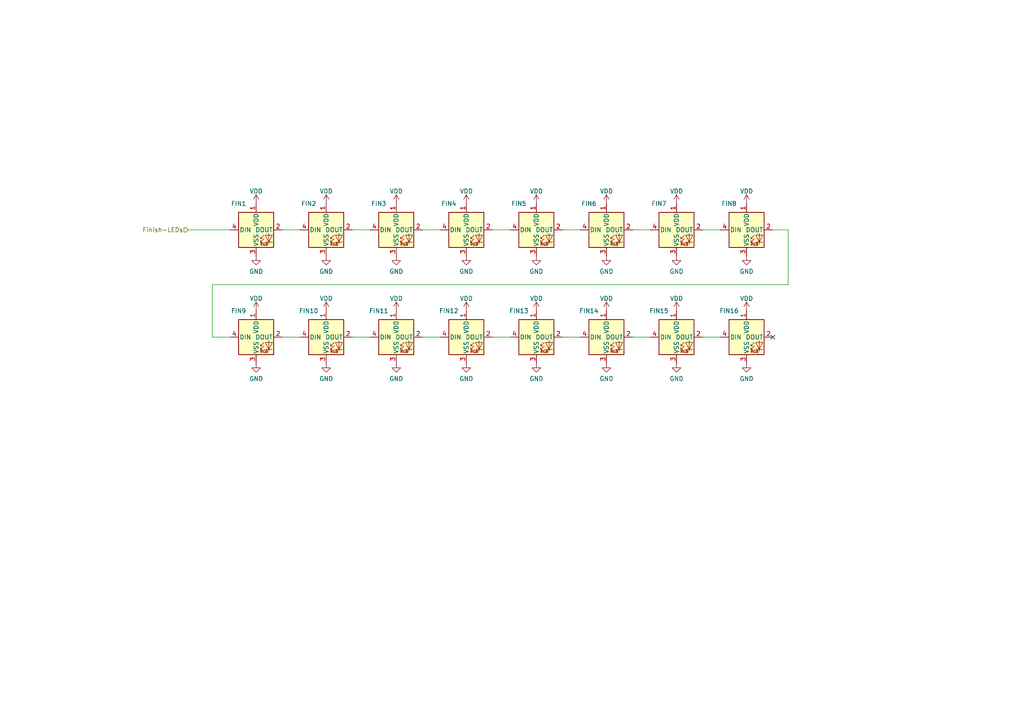
<source format=kicad_sch>
(kicad_sch (version 20211123) (generator eeschema)
  (paper "A4")
  (lib_symbols
    (symbol "LED:WS2812B" (pin_names (offset 0.254))
      (property "Reference" "D" (at 5.08 5.715 0))
      (property "Value" "WS2812B" (at 1.27 -5.715 0))
      (symbol "WS2812B_0_0"
        (text "RGB" (at 2.286 -4.191 0) (effects (font (size 0.762 0.762))))
      )
      (symbol "WS2812B_0_1"
        (polyline (pts (xy 1.27 -3.556) (xy 1.778 -3.556)))
        (polyline (pts (xy 1.27 -2.54) (xy 1.778 -2.54)))
        (polyline (pts (xy 4.699 -3.556) (xy 2.667 -3.556)))
        (polyline (pts (xy 2.286 -2.54) (xy 1.27 -3.556) (xy 1.27 -3.048)))
        (polyline (pts (xy 2.286 -1.524) (xy 1.27 -2.54) (xy 1.27 -2.032)))
        (polyline (pts (xy 3.683 -1.016) (xy 3.683 -3.556) (xy 3.683 -4.064)))
        (polyline (pts (xy 4.699 -1.524) (xy 2.667 -1.524) (xy 3.683 -3.556) (xy 4.699 -1.524)))
        (rectangle (start 5.08 5.08) (end -5.08 -5.08) (stroke (width 0.254)) (fill (type background)))
      )
      (symbol "WS2812B_1_1"
        (pin power_in line (at 0 7.62 270) (length 2.54) (name "VDD") (number "1"))
        (pin output line (at 7.62 0 180) (length 2.54) (name "DOUT") (number "2"))
        (pin power_in line (at 0 -7.62 90) (length 2.54) (name "VSS") (number "3"))
        (pin input line (at -7.62 0 0) (length 2.54) (name "DIN") (number "4"))
      )
    )
    (symbol "power:GND" (power) (pin_names (offset 0))
      (property "Value" "GND" (at 0 -3.81 0))
      (symbol "GND_0_1"
        (polyline (pts (xy 0 0) (xy 0 -1.27) (xy 1.27 -1.27) (xy 0 -2.54) (xy -1.27 -1.27) (xy 0 -1.27)))
      )
      (symbol "GND_1_1"
        (pin power_in line (at 0 0 270) (length 0) hide (name "GND") (number "1"))
      )
    )
    (symbol "power:VDD" (power) (pin_names (offset 0))
      (property "Value" "VDD" (at 0 3.81 0))
      (symbol "VDD_0_1"
        (polyline (pts (xy -0.762 1.27) (xy 0 2.54)))
        (polyline (pts (xy 0 0) (xy 0 2.54)))
        (polyline (pts (xy 0 2.54) (xy 0.762 1.27)))
      )
      (symbol "VDD_1_1"
        (pin power_in line (at 0 0 90) (length 0) hide (name "VDD") (number "1"))
      )
    )
  )
  (no_connect (at 224.155 97.79))
  (wire (pts (xy 122.555 66.675) (xy 127.635 66.675)))
  (wire (pts (xy 163.195 97.79) (xy 168.275 97.79)))
  (wire (pts (xy 224.155 66.675) (xy 228.6 66.675)))
  (wire (pts (xy 228.6 82.55) (xy 61.595 82.55)))
  (wire (pts (xy 203.835 66.675) (xy 208.915 66.675)))
  (wire (pts (xy 81.915 66.675) (xy 86.995 66.675)))
  (wire (pts (xy 102.235 66.675) (xy 107.315 66.675)))
  (wire (pts (xy 54.61 66.675) (xy 66.675 66.675)))
  (wire (pts (xy 228.6 66.675) (xy 228.6 82.55)))
  (wire (pts (xy 142.875 97.79) (xy 147.955 97.79)))
  (wire (pts (xy 142.875 66.675) (xy 147.955 66.675)))
  (wire (pts (xy 122.555 97.79) (xy 127.635 97.79)))
  (wire (pts (xy 61.595 97.79) (xy 66.675 97.79)))
  (wire (pts (xy 61.595 82.55) (xy 61.595 97.79)))
  (wire (pts (xy 183.515 97.79) (xy 188.595 97.79)))
  (wire (pts (xy 183.515 66.675) (xy 188.595 66.675)))
  (wire (pts (xy 102.235 97.79) (xy 107.315 97.79)))
  (wire (pts (xy 163.195 66.675) (xy 168.275 66.675)))
  (wire (pts (xy 203.835 97.79) (xy 208.915 97.79)))
  (wire (pts (xy 81.915 97.79) (xy 86.995 97.79)))
  (hierarchical_label "Finish-LEDs" (shape input) (at 54.61 66.675 180))
  (symbol (lib_id "power:VDD") (at 74.295 59.055 0) (unit 1)
    (property "Reference" "#PWR05" (effects hide))
    (property "Value" "VDD" (at 74.295 55.4792 0))
  )
  (symbol (lib_id "power:VDD") (at 94.615 59.055 0) (unit 1)
    (property "Reference" "#PWR06" (effects hide))
    (property "Value" "VDD" (at 94.615 55.4792 0))
  )
  (symbol (lib_id "power:VDD") (at 175.895 59.055 0) (unit 1)
    (property "Reference" "#PWR010" (effects hide))
    (property "Value" "VDD" (at 175.895 55.4792 0))
  )
  (symbol (lib_id "power:GND") (at 216.535 74.295 0) (unit 1)
    (property "Reference" "#PWR020" (effects hide))
    (property "Value" "GND" (at 216.535 78.7384 0))
  )
  (symbol (lib_id "power:VDD") (at 135.255 59.055 0) (unit 1)
    (property "Reference" "#PWR08" (effects hide))
    (property "Value" "VDD" (at 135.255 55.4792 0))
  )
  (symbol (lib_id "power:GND") (at 114.935 74.295 0) (unit 1)
    (property "Reference" "#PWR015" (effects hide))
    (property "Value" "GND" (at 114.935 78.7384 0))
  )
  (symbol (lib_id "power:VDD") (at 155.575 90.17 0) (unit 1)
    (property "Reference" "#PWR025" (effects hide))
    (property "Value" "VDD" (at 155.575 86.5942 0))
  )
  (symbol (lib_id "power:GND") (at 74.295 105.41 0) (unit 1)
    (property "Reference" "#PWR029" (effects hide))
    (property "Value" "GND" (at 74.295 109.8534 0))
  )
  (symbol (lib_id "power:VDD") (at 216.535 90.17 0) (unit 1)
    (property "Reference" "#PWR028" (effects hide))
    (property "Value" "VDD" (at 216.535 86.5942 0))
  )
  (symbol (lib_id "power:GND") (at 114.935 105.41 0) (unit 1)
    (property "Reference" "#PWR031" (effects hide))
    (property "Value" "GND" (at 114.935 109.8534 0))
  )
  (symbol (lib_id "LED:WS2812B") (at 155.575 97.79 0) (unit 1)
    (property "Reference" "FIN13" (at 150.495 90.17 0))
    (property "Value" "WS2812-4020_dual" (effects hide))
    (property "Footprint" "LED_SMD:LED_WS2812B_PLCC4_5.0x5.0mm_P3.2mm" (effects hide))
    (property "Datasheet" "https://cdn-shop.adafruit.com/datasheets/WS2812B.pdf" (effects hide))
  )
  (symbol (lib_id "power:GND") (at 196.215 74.295 0) (unit 1)
    (property "Reference" "#PWR019" (effects hide))
    (property "Value" "GND" (at 196.215 78.7384 0))
  )
  (symbol (lib_id "power:GND") (at 94.615 74.295 0) (unit 1)
    (property "Reference" "#PWR014" (effects hide))
    (property "Value" "GND" (at 94.615 78.7384 0))
  )
  (symbol (lib_id "LED:WS2812B") (at 196.215 66.675 0) (unit 1)
    (property "Reference" "FIN7" (at 191.135 59.055 0))
    (property "Value" "WS2812-4020_dual" (effects hide))
    (property "Footprint" "LED_SMD:LED_WS2812B_PLCC4_5.0x5.0mm_P3.2mm" (effects hide))
    (property "Datasheet" "https://cdn-shop.adafruit.com/datasheets/WS2812B.pdf" (effects hide))
  )
  (symbol (lib_id "power:VDD") (at 135.255 90.17 0) (unit 1)
    (property "Reference" "#PWR024" (effects hide))
    (property "Value" "VDD" (at 135.255 86.5942 0))
  )
  (symbol (lib_id "power:GND") (at 74.295 74.295 0) (unit 1)
    (property "Reference" "#PWR013" (effects hide))
    (property "Value" "GND" (at 74.295 78.7384 0))
  )
  (symbol (lib_id "power:GND") (at 216.535 105.41 0) (unit 1)
    (property "Reference" "#PWR036" (effects hide))
    (property "Value" "GND" (at 216.535 109.8534 0))
  )
  (symbol (lib_id "power:VDD") (at 74.295 90.17 0) (unit 1)
    (property "Reference" "#PWR021" (effects hide))
    (property "Value" "VDD" (at 74.295 86.5942 0))
  )
  (symbol (lib_id "power:VDD") (at 196.215 59.055 0) (unit 1)
    (property "Reference" "#PWR011" (effects hide))
    (property "Value" "VDD" (at 196.215 55.4792 0))
  )
  (symbol (lib_id "power:GND") (at 135.255 105.41 0) (unit 1)
    (property "Reference" "#PWR032" (effects hide))
    (property "Value" "GND" (at 135.255 109.8534 0))
  )
  (symbol (lib_id "power:VDD") (at 155.575 59.055 0) (unit 1)
    (property "Reference" "#PWR09" (effects hide))
    (property "Value" "VDD" (at 155.575 55.4792 0))
  )
  (symbol (lib_id "LED:WS2812B") (at 94.615 66.675 0) (unit 1)
    (property "Reference" "FIN2" (at 89.535 59.055 0))
    (property "Value" "WS2812-4020_dual" (effects hide))
    (property "Footprint" "LED_SMD:LED_WS2812B_PLCC4_5.0x5.0mm_P3.2mm" (effects hide))
    (property "Datasheet" "https://cdn-shop.adafruit.com/datasheets/WS2812B.pdf" (effects hide))
  )
  (symbol (lib_id "power:VDD") (at 216.535 59.055 0) (unit 1)
    (property "Reference" "#PWR012" (effects hide))
    (property "Value" "VDD" (at 216.535 55.4792 0))
  )
  (symbol (lib_id "LED:WS2812B") (at 216.535 66.675 0) (unit 1)
    (property "Reference" "FIN8" (at 211.455 59.055 0))
    (property "Value" "WS2812-4020_dual" (effects hide))
    (property "Footprint" "LED_SMD:LED_WS2812B_PLCC4_5.0x5.0mm_P3.2mm" (effects hide))
    (property "Datasheet" "https://cdn-shop.adafruit.com/datasheets/WS2812B.pdf" (effects hide))
  )
  (symbol (lib_id "power:VDD") (at 175.895 90.17 0) (unit 1)
    (property "Reference" "#PWR026" (effects hide))
    (property "Value" "VDD" (at 175.895 86.5942 0))
  )
  (symbol (lib_id "power:GND") (at 175.895 74.295 0) (unit 1)
    (property "Reference" "#PWR018" (effects hide))
    (property "Value" "GND" (at 175.895 78.7384 0))
  )
  (symbol (lib_id "LED:WS2812B") (at 94.615 97.79 0) (unit 1)
    (property "Reference" "FIN10" (at 89.535 90.17 0))
    (property "Value" "WS2812-4020_dual" (effects hide))
    (property "Footprint" "LED_SMD:LED_WS2812B_PLCC4_5.0x5.0mm_P3.2mm" (effects hide))
    (property "Datasheet" "https://cdn-shop.adafruit.com/datasheets/WS2812B.pdf" (effects hide))
  )
  (symbol (lib_id "LED:WS2812B") (at 216.535 97.79 0) (unit 1)
    (property "Reference" "FIN16" (at 211.455 90.17 0))
    (property "Value" "WS2812-4020_dual" (effects hide))
    (property "Footprint" "LED_SMD:LED_WS2812B_PLCC4_5.0x5.0mm_P3.2mm" (effects hide))
    (property "Datasheet" "https://cdn-shop.adafruit.com/datasheets/WS2812B.pdf" (effects hide))
  )
  (symbol (lib_id "power:GND") (at 155.575 74.295 0) (unit 1)
    (property "Reference" "#PWR017" (effects hide))
    (property "Value" "GND" (at 155.575 78.7384 0))
  )
  (symbol (lib_id "power:VDD") (at 114.935 90.17 0) (unit 1)
    (property "Reference" "#PWR023" (effects hide))
    (property "Value" "VDD" (at 114.935 86.5942 0))
  )
  (symbol (lib_id "LED:WS2812B") (at 196.215 97.79 0) (unit 1)
    (property "Reference" "FIN15" (at 191.135 90.17 0))
    (property "Value" "WS2812-4020_dual" (effects hide))
    (property "Footprint" "LED_SMD:LED_WS2812B_PLCC4_5.0x5.0mm_P3.2mm" (effects hide))
    (property "Datasheet" "https://cdn-shop.adafruit.com/datasheets/WS2812B.pdf" (effects hide))
  )
  (symbol (lib_id "LED:WS2812B") (at 135.255 97.79 0) (unit 1)
    (property "Reference" "FIN12" (at 130.175 90.17 0))
    (property "Value" "WS2812-4020_dual" (effects hide))
    (property "Footprint" "LED_SMD:LED_WS2812B_PLCC4_5.0x5.0mm_P3.2mm" (effects hide))
    (property "Datasheet" "https://cdn-shop.adafruit.com/datasheets/WS2812B.pdf" (effects hide))
  )
  (symbol (lib_id "LED:WS2812B") (at 114.935 97.79 0) (unit 1)
    (property "Reference" "FIN11" (at 109.855 90.17 0))
    (property "Value" "WS2812-4020_dual" (effects hide))
    (property "Footprint" "LED_SMD:LED_WS2812B_PLCC4_5.0x5.0mm_P3.2mm" (effects hide))
    (property "Datasheet" "https://cdn-shop.adafruit.com/datasheets/WS2812B.pdf" (effects hide))
  )
  (symbol (lib_id "LED:WS2812B") (at 74.295 97.79 0) (unit 1)
    (property "Reference" "FIN9" (at 69.215 90.17 0))
    (property "Value" "WS2812-4020_dual" (effects hide))
    (property "Footprint" "LED_SMD:LED_WS2812B_PLCC4_5.0x5.0mm_P3.2mm" (effects hide))
    (property "Datasheet" "https://cdn-shop.adafruit.com/datasheets/WS2812B.pdf" (effects hide))
  )
  (symbol (lib_id "power:GND") (at 155.575 105.41 0) (unit 1)
    (property "Reference" "#PWR033" (effects hide))
    (property "Value" "GND" (at 155.575 109.8534 0))
  )
  (symbol (lib_id "LED:WS2812B") (at 155.575 66.675 0) (unit 1)
    (property "Reference" "FIN5" (at 150.495 59.055 0))
    (property "Value" "WS2812-4020_dual" (effects hide))
    (property "Footprint" "LED_SMD:LED_WS2812B_PLCC4_5.0x5.0mm_P3.2mm" (effects hide))
    (property "Datasheet" "https://cdn-shop.adafruit.com/datasheets/WS2812B.pdf" (effects hide))
  )
  (symbol (lib_id "LED:WS2812B") (at 74.295 66.675 0) (unit 1)
    (property "Reference" "FIN1" (at 69.215 59.055 0))
    (property "Value" "WS2812-4020_dual" (effects hide))
    (property "Footprint" "LED_SMD:LED_WS2812B_PLCC4_5.0x5.0mm_P3.2mm" (effects hide))
    (property "Datasheet" "https://cdn-shop.adafruit.com/datasheets/WS2812B.pdf" (effects hide))
  )
  (symbol (lib_id "power:VDD") (at 94.615 90.17 0) (unit 1)
    (property "Reference" "#PWR022" (effects hide))
    (property "Value" "VDD" (at 94.615 86.5942 0))
  )
  (symbol (lib_id "LED:WS2812B") (at 135.255 66.675 0) (unit 1)
    (property "Reference" "FIN4" (at 130.175 59.055 0))
    (property "Value" "WS2812-4020_dual" (effects hide))
    (property "Footprint" "LED_SMD:LED_WS2812B_PLCC4_5.0x5.0mm_P3.2mm" (effects hide))
    (property "Datasheet" "https://cdn-shop.adafruit.com/datasheets/WS2812B.pdf" (effects hide))
  )
  (symbol (lib_id "power:GND") (at 94.615 105.41 0) (unit 1)
    (property "Reference" "#PWR030" (effects hide))
    (property "Value" "GND" (at 94.615 109.8534 0))
  )
  (symbol (lib_id "LED:WS2812B") (at 175.895 97.79 0) (unit 1)
    (property "Reference" "FIN14" (at 170.815 90.17 0))
    (property "Value" "WS2812-4020_dual" (effects hide))
    (property "Footprint" "LED_SMD:LED_WS2812B_PLCC4_5.0x5.0mm_P3.2mm" (effects hide))
    (property "Datasheet" "https://cdn-shop.adafruit.com/datasheets/WS2812B.pdf" (effects hide))
  )
  (symbol (lib_id "power:VDD") (at 114.935 59.055 0) (unit 1)
    (property "Reference" "#PWR07" (effects hide))
    (property "Value" "VDD" (at 114.935 55.4792 0))
  )
  (symbol (lib_id "power:GND") (at 196.215 105.41 0) (unit 1)
    (property "Reference" "#PWR035" (effects hide))
    (property "Value" "GND" (at 196.215 109.8534 0))
  )
  (symbol (lib_id "power:GND") (at 175.895 105.41 0) (unit 1)
    (property "Reference" "#PWR034" (effects hide))
    (property "Value" "GND" (at 175.895 109.8534 0))
  )
  (symbol (lib_id "power:VDD") (at 196.215 90.17 0) (unit 1)
    (property "Reference" "#PWR027" (effects hide))
    (property "Value" "VDD" (at 196.215 86.5942 0))
  )
  (symbol (lib_id "power:GND") (at 135.255 74.295 0) (unit 1)
    (property "Reference" "#PWR016" (effects hide))
    (property "Value" "GND" (at 135.255 78.7384 0))
  )
  (symbol (lib_id "LED:WS2812B") (at 114.935 66.675 0) (unit 1)
    (property "Reference" "FIN3" (at 109.855 59.055 0))
    (property "Value" "WS2812-4020_dual" (effects hide))
    (property "Footprint" "LED_SMD:LED_WS2812B_PLCC4_5.0x5.0mm_P3.2mm" (effects hide))
    (property "Datasheet" "https://cdn-shop.adafruit.com/datasheets/WS2812B.pdf" (effects hide))
  )
  (symbol (lib_id "LED:WS2812B") (at 175.895 66.675 0) (unit 1)
    (property "Reference" "FIN6" (at 170.815 59.055 0))
    (property "Value" "WS2812-4020_dual" (effects hide))
    (property "Footprint" "LED_SMD:LED_WS2812B_PLCC4_5.0x5.0mm_P3.2mm" (effects hide))
    (property "Datasheet" "https://cdn-shop.adafruit.com/datasheets/WS2812B.pdf" (effects hide))
  )
)
</source>
